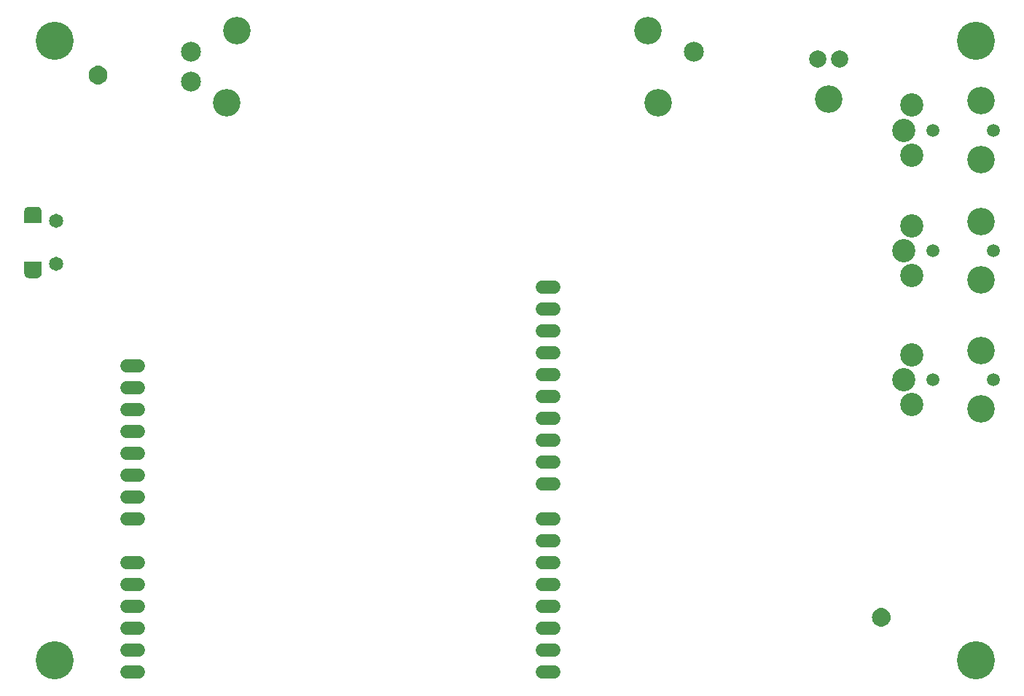
<source format=gbs>
G75*
%MOIN*%
%OFA0B0*%
%FSLAX24Y24*%
%IPPOS*%
%LPD*%
%AMOC8*
5,1,8,0,0,1.08239X$1,22.5*
%
%ADD10C,0.1261*%
%ADD11C,0.0600*%
%ADD12C,0.0651*%
%ADD13C,0.0000*%
%ADD14C,0.0001*%
%ADD15C,0.1064*%
%ADD16C,0.0592*%
%ADD17C,0.0907*%
%ADD18C,0.0789*%
%ADD19C,0.0050*%
%ADD20C,0.1740*%
D10*
X013137Y029617D03*
X013609Y032924D03*
X032428Y032924D03*
X032900Y029617D03*
X040680Y029774D03*
X047660Y029708D03*
X047660Y027030D03*
X047660Y024196D03*
X047660Y021519D03*
X047660Y018290D03*
X047660Y015613D03*
D11*
X028103Y015182D02*
X027583Y015182D01*
X027583Y014182D02*
X028103Y014182D01*
X028103Y013182D02*
X027583Y013182D01*
X027583Y012182D02*
X028103Y012182D01*
X028103Y010582D02*
X027583Y010582D01*
X027583Y009582D02*
X028103Y009582D01*
X028103Y008582D02*
X027583Y008582D01*
X027583Y007582D02*
X028103Y007582D01*
X028103Y006582D02*
X027583Y006582D01*
X027583Y005582D02*
X028103Y005582D01*
X028103Y004582D02*
X027583Y004582D01*
X027583Y003582D02*
X028103Y003582D01*
X028103Y016182D02*
X027583Y016182D01*
X027583Y017182D02*
X028103Y017182D01*
X028103Y018182D02*
X027583Y018182D01*
X027583Y019182D02*
X028103Y019182D01*
X028103Y020182D02*
X027583Y020182D01*
X027583Y021182D02*
X028103Y021182D01*
X009103Y017582D02*
X008583Y017582D01*
X008583Y016582D02*
X009103Y016582D01*
X009103Y015582D02*
X008583Y015582D01*
X008583Y014582D02*
X009103Y014582D01*
X009103Y013582D02*
X008583Y013582D01*
X008583Y012582D02*
X009103Y012582D01*
X009103Y011582D02*
X008583Y011582D01*
X008583Y010582D02*
X009103Y010582D01*
X009103Y008582D02*
X008583Y008582D01*
X008583Y007582D02*
X009103Y007582D01*
X009103Y006582D02*
X008583Y006582D01*
X008583Y005582D02*
X009103Y005582D01*
X009103Y004582D02*
X008583Y004582D01*
X008583Y003582D02*
X009103Y003582D01*
D12*
X005337Y022267D03*
X005337Y024235D03*
D13*
X004649Y024156D02*
X004649Y024668D01*
X004644Y024712D01*
X004629Y024754D01*
X004606Y024791D01*
X004574Y024822D01*
X004537Y024846D01*
X004495Y024860D01*
X004452Y024865D01*
X004097Y024865D01*
X004054Y024860D01*
X004012Y024846D01*
X003975Y024822D01*
X003943Y024791D01*
X003920Y024754D01*
X003905Y024712D01*
X003900Y024668D01*
X003900Y024156D01*
X004649Y024156D01*
X004649Y022345D02*
X003900Y022345D01*
X003900Y021834D01*
X003905Y021790D01*
X003920Y021748D01*
X003943Y021711D01*
X003975Y021680D01*
X004012Y021656D01*
X004054Y021642D01*
X004097Y021637D01*
X004452Y021637D01*
X004495Y021642D01*
X004537Y021656D01*
X004574Y021680D01*
X004606Y021711D01*
X004629Y021748D01*
X004644Y021790D01*
X004649Y021834D01*
X004649Y022345D01*
D14*
X003900Y022345D01*
X003900Y022344D02*
X004649Y022344D01*
X004649Y022343D02*
X003900Y022343D01*
X003900Y022342D02*
X004649Y022342D01*
X004649Y022341D02*
X003900Y022341D01*
X003900Y022340D02*
X004649Y022340D01*
X004649Y022339D02*
X003900Y022339D01*
X003900Y022338D02*
X004649Y022338D01*
X004649Y022337D02*
X003900Y022337D01*
X003900Y022336D02*
X004649Y022336D01*
X004649Y022335D02*
X003900Y022335D01*
X003900Y022334D02*
X004649Y022334D01*
X004649Y022333D02*
X003900Y022333D01*
X003900Y022332D02*
X004649Y022332D01*
X004649Y022331D02*
X003900Y022331D01*
X003900Y022330D02*
X004649Y022330D01*
X004649Y022329D02*
X003900Y022329D01*
X003900Y022328D02*
X004649Y022328D01*
X004649Y022327D02*
X003900Y022327D01*
X003900Y022326D02*
X004649Y022326D01*
X004649Y022325D02*
X003900Y022325D01*
X003900Y022324D02*
X004649Y022324D01*
X004649Y022323D02*
X003900Y022323D01*
X003900Y022322D02*
X004649Y022322D01*
X004649Y022321D02*
X003900Y022321D01*
X003900Y022320D02*
X004649Y022320D01*
X004649Y022319D02*
X003900Y022319D01*
X003900Y022318D02*
X004649Y022318D01*
X004649Y022317D02*
X003900Y022317D01*
X003900Y022316D02*
X004649Y022316D01*
X004649Y022315D02*
X003900Y022315D01*
X003900Y022314D02*
X004649Y022314D01*
X004649Y022313D02*
X003900Y022313D01*
X003900Y022312D02*
X004649Y022312D01*
X004649Y022311D02*
X003900Y022311D01*
X003900Y022310D02*
X004649Y022310D01*
X004649Y022309D02*
X003900Y022309D01*
X003900Y022308D02*
X004649Y022308D01*
X004649Y022307D02*
X003900Y022307D01*
X003900Y022306D02*
X004649Y022306D01*
X004649Y022305D02*
X003900Y022305D01*
X003900Y022304D02*
X004649Y022304D01*
X004649Y022303D02*
X003900Y022303D01*
X003900Y022302D02*
X004649Y022302D01*
X004649Y022301D02*
X003900Y022301D01*
X003900Y022300D02*
X004649Y022300D01*
X004649Y022299D02*
X003900Y022299D01*
X003900Y022298D02*
X004649Y022298D01*
X004649Y022297D02*
X003900Y022297D01*
X003900Y022296D02*
X004649Y022296D01*
X004649Y022295D02*
X003900Y022295D01*
X003900Y022294D02*
X004649Y022294D01*
X004649Y022293D02*
X003900Y022293D01*
X003900Y022292D02*
X004649Y022292D01*
X004649Y022291D02*
X003900Y022291D01*
X003900Y022290D02*
X004649Y022290D01*
X004649Y022289D02*
X003900Y022289D01*
X003900Y022288D02*
X004649Y022288D01*
X004649Y022287D02*
X003900Y022287D01*
X003900Y022286D02*
X004649Y022286D01*
X004649Y022285D02*
X003900Y022285D01*
X003900Y022284D02*
X004649Y022284D01*
X004649Y022283D02*
X003900Y022283D01*
X003900Y022282D02*
X004649Y022282D01*
X004649Y022281D02*
X003900Y022281D01*
X003900Y022280D02*
X004649Y022280D01*
X004649Y022279D02*
X003900Y022279D01*
X003900Y022278D02*
X004649Y022278D01*
X004649Y022277D02*
X003900Y022277D01*
X003900Y022276D02*
X004649Y022276D01*
X004649Y022275D02*
X003900Y022275D01*
X003900Y022274D02*
X004649Y022274D01*
X004649Y022273D02*
X003900Y022273D01*
X003900Y022272D02*
X004649Y022272D01*
X004649Y022271D02*
X003900Y022271D01*
X003900Y022270D02*
X004649Y022270D01*
X004649Y022269D02*
X003900Y022269D01*
X003900Y022268D02*
X004649Y022268D01*
X004649Y022267D02*
X003900Y022267D01*
X003900Y022266D02*
X004649Y022266D01*
X004649Y022265D02*
X003900Y022265D01*
X003900Y022264D02*
X004649Y022264D01*
X004649Y022263D02*
X003900Y022263D01*
X003900Y022262D02*
X004649Y022262D01*
X004649Y022261D02*
X003900Y022261D01*
X003900Y022260D02*
X004649Y022260D01*
X004649Y022259D02*
X003900Y022259D01*
X003900Y022258D02*
X004649Y022258D01*
X004649Y022257D02*
X003900Y022257D01*
X003900Y022256D02*
X004649Y022256D01*
X004649Y022255D02*
X003900Y022255D01*
X003900Y022254D02*
X004649Y022254D01*
X004649Y022253D02*
X003900Y022253D01*
X003900Y022252D02*
X004649Y022252D01*
X004649Y022251D02*
X003900Y022251D01*
X003900Y022250D02*
X004649Y022250D01*
X004649Y022249D02*
X003900Y022249D01*
X003900Y022248D02*
X004649Y022248D01*
X004649Y022247D02*
X003900Y022247D01*
X003900Y022246D02*
X004649Y022246D01*
X004649Y022245D02*
X003900Y022245D01*
X003900Y022244D02*
X004649Y022244D01*
X004649Y022243D02*
X003900Y022243D01*
X003900Y022242D02*
X004649Y022242D01*
X004649Y022241D02*
X003900Y022241D01*
X003900Y022240D02*
X004649Y022240D01*
X004649Y022239D02*
X003900Y022239D01*
X003900Y022238D02*
X004649Y022238D01*
X004649Y022237D02*
X003900Y022237D01*
X003900Y022236D02*
X004649Y022236D01*
X004649Y022235D02*
X003900Y022235D01*
X003900Y022234D02*
X004649Y022234D01*
X004649Y022233D02*
X003900Y022233D01*
X003900Y022232D02*
X004649Y022232D01*
X004649Y022231D02*
X003900Y022231D01*
X003900Y022230D02*
X004649Y022230D01*
X004649Y022229D02*
X003900Y022229D01*
X003900Y022228D02*
X004649Y022228D01*
X004649Y022227D02*
X003900Y022227D01*
X003900Y022226D02*
X004649Y022226D01*
X004649Y022225D02*
X003900Y022225D01*
X003900Y022224D02*
X004649Y022224D01*
X004649Y022223D02*
X003900Y022223D01*
X003900Y022222D02*
X004649Y022222D01*
X004649Y022221D02*
X003900Y022221D01*
X003900Y022220D02*
X004649Y022220D01*
X004649Y022219D02*
X003900Y022219D01*
X003900Y022218D02*
X004649Y022218D01*
X004649Y022217D02*
X003900Y022217D01*
X003900Y022216D02*
X004649Y022216D01*
X004649Y022215D02*
X003900Y022215D01*
X003900Y022214D02*
X004649Y022214D01*
X004649Y022213D02*
X003900Y022213D01*
X003900Y022212D02*
X004649Y022212D01*
X004649Y022211D02*
X003900Y022211D01*
X003900Y022210D02*
X004649Y022210D01*
X004649Y022209D02*
X003900Y022209D01*
X003900Y022208D02*
X004649Y022208D01*
X004649Y022207D02*
X003900Y022207D01*
X003900Y022206D02*
X004649Y022206D01*
X004649Y022205D02*
X003900Y022205D01*
X003900Y022204D02*
X004649Y022204D01*
X004649Y022203D02*
X003900Y022203D01*
X003900Y022202D02*
X004649Y022202D01*
X004649Y022201D02*
X003900Y022201D01*
X003900Y022200D02*
X004649Y022200D01*
X004649Y022199D02*
X003900Y022199D01*
X003900Y022198D02*
X004649Y022198D01*
X004649Y022197D02*
X003900Y022197D01*
X003900Y022196D02*
X004649Y022196D01*
X004649Y022195D02*
X003900Y022195D01*
X003900Y022194D02*
X004649Y022194D01*
X004649Y022193D02*
X003900Y022193D01*
X003900Y022192D02*
X004649Y022192D01*
X004649Y022191D02*
X003900Y022191D01*
X003900Y022190D02*
X004649Y022190D01*
X004649Y022189D02*
X003900Y022189D01*
X003900Y022188D02*
X004649Y022188D01*
X004649Y022187D02*
X003900Y022187D01*
X003900Y022186D02*
X004649Y022186D01*
X004649Y022185D02*
X003900Y022185D01*
X003900Y022184D02*
X004649Y022184D01*
X004649Y022183D02*
X003900Y022183D01*
X003900Y022182D02*
X004649Y022182D01*
X004649Y022181D02*
X003900Y022181D01*
X003900Y022180D02*
X004649Y022180D01*
X004649Y022179D02*
X003900Y022179D01*
X003900Y022178D02*
X004649Y022178D01*
X004649Y022177D02*
X003900Y022177D01*
X003900Y022176D02*
X004649Y022176D01*
X004649Y022175D02*
X003900Y022175D01*
X003900Y022174D02*
X004649Y022174D01*
X004649Y022173D02*
X003900Y022173D01*
X003900Y022172D02*
X004649Y022172D01*
X004649Y022171D02*
X003900Y022171D01*
X003900Y022170D02*
X004649Y022170D01*
X004649Y022169D02*
X003900Y022169D01*
X003900Y022168D02*
X004649Y022168D01*
X004649Y022167D02*
X003900Y022167D01*
X003900Y022166D02*
X004649Y022166D01*
X004649Y022165D02*
X003900Y022165D01*
X003900Y022164D02*
X004649Y022164D01*
X004649Y022163D02*
X003900Y022163D01*
X003900Y022162D02*
X004649Y022162D01*
X004649Y022161D02*
X003900Y022161D01*
X003900Y022160D02*
X004649Y022160D01*
X004649Y022159D02*
X003900Y022159D01*
X003900Y022158D02*
X004649Y022158D01*
X004649Y022157D02*
X003900Y022157D01*
X003900Y022156D02*
X004649Y022156D01*
X004649Y022155D02*
X003900Y022155D01*
X003900Y022154D02*
X004649Y022154D01*
X004649Y022153D02*
X003900Y022153D01*
X003900Y022152D02*
X004649Y022152D01*
X004649Y022151D02*
X003900Y022151D01*
X003900Y022150D02*
X004649Y022150D01*
X004649Y022149D02*
X003900Y022149D01*
X003900Y022148D02*
X004649Y022148D01*
X004649Y022147D02*
X003900Y022147D01*
X003900Y022146D02*
X004649Y022146D01*
X004649Y022145D02*
X003900Y022145D01*
X003900Y022144D02*
X004649Y022144D01*
X004649Y022143D02*
X003900Y022143D01*
X003900Y022142D02*
X004649Y022142D01*
X004649Y022141D02*
X003900Y022141D01*
X003900Y022140D02*
X004649Y022140D01*
X004649Y022139D02*
X003900Y022139D01*
X003900Y022138D02*
X004649Y022138D01*
X004649Y022137D02*
X003900Y022137D01*
X003900Y022136D02*
X004649Y022136D01*
X004649Y022135D02*
X003900Y022135D01*
X003900Y022134D02*
X004649Y022134D01*
X004649Y022133D02*
X003900Y022133D01*
X003900Y022132D02*
X004649Y022132D01*
X004649Y022131D02*
X003900Y022131D01*
X003900Y022130D02*
X004649Y022130D01*
X004649Y022129D02*
X003900Y022129D01*
X003900Y022128D02*
X004649Y022128D01*
X004649Y022127D02*
X003900Y022127D01*
X003900Y022126D02*
X004649Y022126D01*
X004649Y022125D02*
X003900Y022125D01*
X003900Y022124D02*
X004649Y022124D01*
X004649Y022123D02*
X003900Y022123D01*
X003900Y022122D02*
X004649Y022122D01*
X004649Y022121D02*
X003900Y022121D01*
X003900Y022120D02*
X004649Y022120D01*
X004649Y022119D02*
X003900Y022119D01*
X003900Y022118D02*
X004649Y022118D01*
X004649Y022117D02*
X003900Y022117D01*
X003900Y022116D02*
X004649Y022116D01*
X004649Y022115D02*
X003900Y022115D01*
X003900Y022114D02*
X004649Y022114D01*
X004649Y022113D02*
X003900Y022113D01*
X003900Y022112D02*
X004649Y022112D01*
X004649Y022111D02*
X003900Y022111D01*
X003900Y022110D02*
X004649Y022110D01*
X004649Y022109D02*
X003900Y022109D01*
X003900Y022108D02*
X004649Y022108D01*
X004649Y022107D02*
X003900Y022107D01*
X003900Y022106D02*
X004649Y022106D01*
X004649Y022105D02*
X003900Y022105D01*
X003900Y022104D02*
X004649Y022104D01*
X004649Y022103D02*
X003900Y022103D01*
X003900Y022102D02*
X004649Y022102D01*
X004649Y022101D02*
X003900Y022101D01*
X003900Y022100D02*
X004649Y022100D01*
X004649Y022099D02*
X003900Y022099D01*
X003900Y022098D02*
X004649Y022098D01*
X004649Y022097D02*
X003900Y022097D01*
X003900Y022096D02*
X004649Y022096D01*
X004649Y022095D02*
X003900Y022095D01*
X003900Y022094D02*
X004649Y022094D01*
X004649Y022093D02*
X003900Y022093D01*
X003900Y022092D02*
X004649Y022092D01*
X004649Y022091D02*
X003900Y022091D01*
X003900Y022090D02*
X004649Y022090D01*
X004649Y022089D02*
X003900Y022089D01*
X003900Y022088D02*
X004649Y022088D01*
X004649Y022087D02*
X003900Y022087D01*
X003900Y022086D02*
X004649Y022086D01*
X004649Y022085D02*
X003900Y022085D01*
X003900Y022084D02*
X004649Y022084D01*
X004649Y022083D02*
X003900Y022083D01*
X003900Y022082D02*
X004649Y022082D01*
X004649Y022081D02*
X003900Y022081D01*
X003900Y022080D02*
X004649Y022080D01*
X004649Y022079D02*
X003900Y022079D01*
X003900Y022078D02*
X004649Y022078D01*
X004649Y022077D02*
X003900Y022077D01*
X003900Y022076D02*
X004649Y022076D01*
X004649Y022075D02*
X003900Y022075D01*
X003900Y022074D02*
X004649Y022074D01*
X004649Y022073D02*
X003900Y022073D01*
X003900Y022072D02*
X004649Y022072D01*
X004649Y022071D02*
X003900Y022071D01*
X003900Y022070D02*
X004649Y022070D01*
X004649Y022069D02*
X003900Y022069D01*
X003900Y022068D02*
X004649Y022068D01*
X004649Y022067D02*
X003900Y022067D01*
X003900Y022066D02*
X004649Y022066D01*
X004649Y022065D02*
X003900Y022065D01*
X003900Y022064D02*
X004649Y022064D01*
X004649Y022063D02*
X003900Y022063D01*
X003900Y022062D02*
X004649Y022062D01*
X004649Y022061D02*
X003900Y022061D01*
X003900Y022060D02*
X004649Y022060D01*
X004649Y022059D02*
X003900Y022059D01*
X003900Y022058D02*
X004649Y022058D01*
X004649Y022057D02*
X003900Y022057D01*
X003900Y022056D02*
X004649Y022056D01*
X004649Y022055D02*
X003900Y022055D01*
X003900Y022054D02*
X004649Y022054D01*
X004649Y022053D02*
X003900Y022053D01*
X003900Y022052D02*
X004649Y022052D01*
X004649Y022051D02*
X003900Y022051D01*
X003900Y022050D02*
X004649Y022050D01*
X004649Y022049D02*
X003900Y022049D01*
X003900Y022048D02*
X004649Y022048D01*
X004649Y022047D02*
X003900Y022047D01*
X003900Y022046D02*
X004649Y022046D01*
X004649Y022045D02*
X003900Y022045D01*
X003900Y022044D02*
X004649Y022044D01*
X004649Y022043D02*
X003900Y022043D01*
X003900Y022042D02*
X004649Y022042D01*
X004649Y022041D02*
X003900Y022041D01*
X003900Y022040D02*
X004649Y022040D01*
X004649Y022039D02*
X003900Y022039D01*
X003900Y022038D02*
X004649Y022038D01*
X004649Y022037D02*
X003900Y022037D01*
X003900Y022036D02*
X004649Y022036D01*
X004649Y022035D02*
X003900Y022035D01*
X003900Y022034D02*
X004649Y022034D01*
X004649Y022033D02*
X003900Y022033D01*
X003900Y022032D02*
X004649Y022032D01*
X004649Y022031D02*
X003900Y022031D01*
X003900Y022030D02*
X004649Y022030D01*
X004649Y022029D02*
X003900Y022029D01*
X003900Y022028D02*
X004649Y022028D01*
X004649Y022027D02*
X003900Y022027D01*
X003900Y022026D02*
X004649Y022026D01*
X004649Y022025D02*
X003900Y022025D01*
X003900Y022024D02*
X004649Y022024D01*
X004649Y022023D02*
X003900Y022023D01*
X003900Y022022D02*
X004649Y022022D01*
X004649Y022021D02*
X003900Y022021D01*
X003900Y022020D02*
X004649Y022020D01*
X004649Y022019D02*
X003900Y022019D01*
X003900Y022018D02*
X004649Y022018D01*
X004649Y022017D02*
X003900Y022017D01*
X003900Y022016D02*
X004649Y022016D01*
X004649Y022015D02*
X003900Y022015D01*
X003900Y022014D02*
X004649Y022014D01*
X004649Y022013D02*
X003900Y022013D01*
X003900Y022012D02*
X004649Y022012D01*
X004649Y022011D02*
X003900Y022011D01*
X003900Y022010D02*
X004649Y022010D01*
X004649Y022009D02*
X003900Y022009D01*
X003900Y022008D02*
X004649Y022008D01*
X004649Y022007D02*
X003900Y022007D01*
X003900Y022006D02*
X004649Y022006D01*
X004649Y022005D02*
X003900Y022005D01*
X003900Y022004D02*
X004649Y022004D01*
X004649Y022003D02*
X003900Y022003D01*
X003900Y022002D02*
X004649Y022002D01*
X004649Y022001D02*
X003900Y022001D01*
X003900Y022000D02*
X004649Y022000D01*
X004649Y021999D02*
X003900Y021999D01*
X003900Y021998D02*
X004649Y021998D01*
X004649Y021997D02*
X003900Y021997D01*
X003900Y021996D02*
X004649Y021996D01*
X004649Y021995D02*
X003900Y021995D01*
X003900Y021994D02*
X004649Y021994D01*
X004649Y021993D02*
X003900Y021993D01*
X003900Y021992D02*
X004649Y021992D01*
X004649Y021991D02*
X003900Y021991D01*
X003900Y021990D02*
X004649Y021990D01*
X004649Y021989D02*
X003900Y021989D01*
X003900Y021988D02*
X004649Y021988D01*
X004649Y021987D02*
X003900Y021987D01*
X003900Y021986D02*
X004649Y021986D01*
X004649Y021985D02*
X003900Y021985D01*
X003900Y021984D02*
X004649Y021984D01*
X004649Y021983D02*
X003900Y021983D01*
X003900Y021982D02*
X004649Y021982D01*
X004649Y021981D02*
X003900Y021981D01*
X003900Y021980D02*
X004649Y021980D01*
X004649Y021979D02*
X003900Y021979D01*
X003900Y021978D02*
X004649Y021978D01*
X004649Y021977D02*
X003900Y021977D01*
X003900Y021976D02*
X004649Y021976D01*
X004649Y021975D02*
X003900Y021975D01*
X003900Y021974D02*
X004649Y021974D01*
X004649Y021973D02*
X003900Y021973D01*
X003900Y021972D02*
X004649Y021972D01*
X004649Y021971D02*
X003900Y021971D01*
X003900Y021970D02*
X004649Y021970D01*
X004649Y021969D02*
X003900Y021969D01*
X003900Y021968D02*
X004649Y021968D01*
X004649Y021967D02*
X003900Y021967D01*
X003900Y021966D02*
X004649Y021966D01*
X004649Y021965D02*
X003900Y021965D01*
X003900Y021964D02*
X004649Y021964D01*
X004649Y021963D02*
X003900Y021963D01*
X003900Y021962D02*
X004649Y021962D01*
X004649Y021961D02*
X003900Y021961D01*
X003900Y021960D02*
X004649Y021960D01*
X004649Y021959D02*
X003900Y021959D01*
X003900Y021958D02*
X004649Y021958D01*
X004649Y021957D02*
X003900Y021957D01*
X003900Y021956D02*
X004649Y021956D01*
X004649Y021955D02*
X003900Y021955D01*
X003900Y021954D02*
X004649Y021954D01*
X004649Y021953D02*
X003900Y021953D01*
X003900Y021952D02*
X004649Y021952D01*
X004649Y021951D02*
X003900Y021951D01*
X003900Y021950D02*
X004649Y021950D01*
X004649Y021949D02*
X003900Y021949D01*
X003900Y021948D02*
X004649Y021948D01*
X004649Y021947D02*
X003900Y021947D01*
X003900Y021946D02*
X004649Y021946D01*
X004649Y021945D02*
X003900Y021945D01*
X003900Y021944D02*
X004649Y021944D01*
X004649Y021943D02*
X003900Y021943D01*
X003900Y021942D02*
X004649Y021942D01*
X004649Y021941D02*
X003900Y021941D01*
X003900Y021940D02*
X004649Y021940D01*
X004649Y021939D02*
X003900Y021939D01*
X003900Y021938D02*
X004649Y021938D01*
X004649Y021937D02*
X003900Y021937D01*
X003900Y021936D02*
X004649Y021936D01*
X004649Y021935D02*
X003900Y021935D01*
X003900Y021934D02*
X004649Y021934D01*
X004649Y021933D02*
X003900Y021933D01*
X003900Y021932D02*
X004649Y021932D01*
X004649Y021931D02*
X003900Y021931D01*
X003900Y021930D02*
X004649Y021930D01*
X004649Y021929D02*
X003900Y021929D01*
X003900Y021928D02*
X004649Y021928D01*
X004649Y021927D02*
X003900Y021927D01*
X003900Y021926D02*
X004649Y021926D01*
X004649Y021925D02*
X003900Y021925D01*
X003900Y021924D02*
X004649Y021924D01*
X004649Y021923D02*
X003900Y021923D01*
X003900Y021922D02*
X004649Y021922D01*
X004649Y021921D02*
X003900Y021921D01*
X003900Y021920D02*
X004649Y021920D01*
X004649Y021919D02*
X003900Y021919D01*
X003900Y021918D02*
X004649Y021918D01*
X004649Y021917D02*
X003900Y021917D01*
X003900Y021916D02*
X004649Y021916D01*
X004649Y021915D02*
X003900Y021915D01*
X003900Y021914D02*
X004649Y021914D01*
X004649Y021913D02*
X003900Y021913D01*
X003900Y021912D02*
X004649Y021912D01*
X004649Y021911D02*
X003900Y021911D01*
X003900Y021910D02*
X004649Y021910D01*
X004649Y021909D02*
X003900Y021909D01*
X003900Y021908D02*
X004649Y021908D01*
X004649Y021907D02*
X003900Y021907D01*
X003900Y021906D02*
X004649Y021906D01*
X004649Y021905D02*
X003900Y021905D01*
X003900Y021904D02*
X004649Y021904D01*
X004649Y021903D02*
X003900Y021903D01*
X003900Y021902D02*
X004649Y021902D01*
X004649Y021901D02*
X003900Y021901D01*
X003900Y021900D02*
X004649Y021900D01*
X004649Y021899D02*
X003900Y021899D01*
X003900Y021898D02*
X004649Y021898D01*
X004649Y021897D02*
X003900Y021897D01*
X003900Y021896D02*
X004649Y021896D01*
X004649Y021895D02*
X003900Y021895D01*
X003900Y021894D02*
X004649Y021894D01*
X004649Y021893D02*
X003900Y021893D01*
X003900Y021892D02*
X004649Y021892D01*
X004649Y021891D02*
X003900Y021891D01*
X003900Y021890D02*
X004649Y021890D01*
X004649Y021889D02*
X003900Y021889D01*
X003900Y021888D02*
X004649Y021888D01*
X004649Y021887D02*
X003900Y021887D01*
X003900Y021886D02*
X004649Y021886D01*
X004649Y021885D02*
X003900Y021885D01*
X003900Y021884D02*
X004649Y021884D01*
X004649Y021883D02*
X003900Y021883D01*
X003900Y021882D02*
X004649Y021882D01*
X004649Y021881D02*
X003900Y021881D01*
X003900Y021880D02*
X004649Y021880D01*
X004649Y021879D02*
X003900Y021879D01*
X003900Y021878D02*
X004649Y021878D01*
X004649Y021877D02*
X003900Y021877D01*
X003900Y021876D02*
X004649Y021876D01*
X004649Y021875D02*
X003900Y021875D01*
X003900Y021874D02*
X004649Y021874D01*
X004649Y021873D02*
X003900Y021873D01*
X003900Y021872D02*
X004649Y021872D01*
X004649Y021871D02*
X003900Y021871D01*
X003900Y021870D02*
X004649Y021870D01*
X004649Y021869D02*
X003900Y021869D01*
X003900Y021868D02*
X004649Y021868D01*
X004649Y021867D02*
X003900Y021867D01*
X003900Y021866D02*
X004649Y021866D01*
X004649Y021865D02*
X003900Y021865D01*
X003900Y021864D02*
X004649Y021864D01*
X004649Y021863D02*
X003900Y021863D01*
X003900Y021862D02*
X004649Y021862D01*
X004649Y021861D02*
X003900Y021861D01*
X003900Y021860D02*
X004649Y021860D01*
X004649Y021859D02*
X003900Y021859D01*
X003900Y021858D02*
X004649Y021858D01*
X004649Y021857D02*
X003900Y021857D01*
X003900Y021856D02*
X004649Y021856D01*
X004649Y021855D02*
X003900Y021855D01*
X003900Y021854D02*
X004649Y021854D01*
X004649Y021853D02*
X003900Y021853D01*
X003900Y021852D02*
X004649Y021852D01*
X004649Y021851D02*
X003900Y021851D01*
X003900Y021850D02*
X004649Y021850D01*
X004649Y021849D02*
X003900Y021849D01*
X003900Y021848D02*
X004649Y021848D01*
X004649Y021847D02*
X003900Y021847D01*
X003900Y021846D02*
X004649Y021846D01*
X004649Y021845D02*
X003900Y021845D01*
X003900Y021844D02*
X004649Y021844D01*
X004649Y021843D02*
X003900Y021843D01*
X003900Y021842D02*
X004649Y021842D01*
X004649Y021841D02*
X003900Y021841D01*
X003900Y021840D02*
X004649Y021840D01*
X004649Y021839D02*
X003900Y021839D01*
X003900Y021838D02*
X004649Y021838D01*
X004649Y021837D02*
X003900Y021837D01*
X003900Y021836D02*
X004649Y021836D01*
X004649Y021835D02*
X003900Y021835D01*
X003900Y021834D02*
X004649Y021834D01*
X004648Y021833D02*
X003901Y021833D01*
X003901Y021832D02*
X004648Y021832D01*
X004648Y021831D02*
X003901Y021831D01*
X003901Y021830D02*
X004648Y021830D01*
X004648Y021829D02*
X003901Y021829D01*
X003901Y021828D02*
X004648Y021828D01*
X004648Y021827D02*
X003901Y021827D01*
X003901Y021826D02*
X004648Y021826D01*
X004648Y021825D02*
X003901Y021825D01*
X003902Y021824D02*
X004647Y021824D01*
X004647Y021823D02*
X003902Y021823D01*
X003902Y021822D02*
X004647Y021822D01*
X004647Y021821D02*
X003902Y021821D01*
X003902Y021820D02*
X004647Y021820D01*
X004647Y021819D02*
X003902Y021819D01*
X003902Y021818D02*
X004647Y021818D01*
X004647Y021817D02*
X003902Y021817D01*
X003902Y021816D02*
X004647Y021816D01*
X004646Y021815D02*
X003903Y021815D01*
X003903Y021814D02*
X004646Y021814D01*
X004646Y021813D02*
X003903Y021813D01*
X003903Y021812D02*
X004646Y021812D01*
X004646Y021811D02*
X003903Y021811D01*
X003903Y021810D02*
X004646Y021810D01*
X004646Y021809D02*
X003903Y021809D01*
X003903Y021808D02*
X004646Y021808D01*
X004646Y021807D02*
X003903Y021807D01*
X003904Y021806D02*
X004645Y021806D01*
X004645Y021805D02*
X003904Y021805D01*
X003904Y021804D02*
X004645Y021804D01*
X004645Y021803D02*
X003904Y021803D01*
X003904Y021802D02*
X004645Y021802D01*
X004645Y021801D02*
X003904Y021801D01*
X003904Y021800D02*
X004645Y021800D01*
X004645Y021799D02*
X003904Y021799D01*
X003904Y021798D02*
X004645Y021798D01*
X004644Y021797D02*
X003905Y021797D01*
X003905Y021796D02*
X004644Y021796D01*
X004644Y021795D02*
X003905Y021795D01*
X003905Y021794D02*
X004644Y021794D01*
X004644Y021793D02*
X003905Y021793D01*
X003905Y021792D02*
X004644Y021792D01*
X004644Y021791D02*
X003905Y021791D01*
X003905Y021790D02*
X004644Y021790D01*
X004643Y021789D02*
X003906Y021789D01*
X003906Y021788D02*
X004643Y021788D01*
X004643Y021787D02*
X003906Y021787D01*
X003907Y021786D02*
X004642Y021786D01*
X004642Y021785D02*
X003907Y021785D01*
X003907Y021784D02*
X004642Y021784D01*
X004641Y021783D02*
X003908Y021783D01*
X003908Y021782D02*
X004641Y021782D01*
X004641Y021781D02*
X003908Y021781D01*
X003909Y021780D02*
X004640Y021780D01*
X004640Y021779D02*
X003909Y021779D01*
X003909Y021778D02*
X004640Y021778D01*
X004639Y021777D02*
X003910Y021777D01*
X003910Y021776D02*
X004639Y021776D01*
X004639Y021775D02*
X003910Y021775D01*
X003911Y021774D02*
X004638Y021774D01*
X004638Y021773D02*
X003911Y021773D01*
X003912Y021772D02*
X004637Y021772D01*
X004637Y021771D02*
X003912Y021771D01*
X003912Y021770D02*
X004637Y021770D01*
X004636Y021769D02*
X003913Y021769D01*
X003913Y021768D02*
X004636Y021768D01*
X004636Y021767D02*
X003913Y021767D01*
X003914Y021766D02*
X004635Y021766D01*
X004635Y021765D02*
X003914Y021765D01*
X003914Y021764D02*
X004635Y021764D01*
X004634Y021763D02*
X003915Y021763D01*
X003915Y021762D02*
X004634Y021762D01*
X004634Y021761D02*
X003915Y021761D01*
X003916Y021760D02*
X004633Y021760D01*
X004633Y021759D02*
X003916Y021759D01*
X003916Y021758D02*
X004633Y021758D01*
X004632Y021757D02*
X003917Y021757D01*
X003917Y021756D02*
X004632Y021756D01*
X004632Y021755D02*
X003917Y021755D01*
X003918Y021754D02*
X004631Y021754D01*
X004631Y021753D02*
X003918Y021753D01*
X003919Y021752D02*
X004630Y021752D01*
X004630Y021751D02*
X003919Y021751D01*
X003919Y021750D02*
X004630Y021750D01*
X004629Y021749D02*
X003920Y021749D01*
X003920Y021748D02*
X004629Y021748D01*
X004628Y021747D02*
X003921Y021747D01*
X003921Y021746D02*
X004628Y021746D01*
X004627Y021745D02*
X003922Y021745D01*
X003922Y021744D02*
X004627Y021744D01*
X004626Y021743D02*
X003923Y021743D01*
X003924Y021742D02*
X004625Y021742D01*
X004625Y021741D02*
X003924Y021741D01*
X003925Y021740D02*
X004624Y021740D01*
X004623Y021739D02*
X003926Y021739D01*
X003926Y021738D02*
X004623Y021738D01*
X004622Y021737D02*
X003927Y021737D01*
X003927Y021736D02*
X004622Y021736D01*
X004621Y021735D02*
X003928Y021735D01*
X003929Y021734D02*
X004620Y021734D01*
X004620Y021733D02*
X003929Y021733D01*
X003930Y021732D02*
X004619Y021732D01*
X004618Y021731D02*
X003931Y021731D01*
X003931Y021730D02*
X004618Y021730D01*
X004617Y021729D02*
X003932Y021729D01*
X003932Y021728D02*
X004617Y021728D01*
X004616Y021727D02*
X003933Y021727D01*
X003934Y021726D02*
X004615Y021726D01*
X004615Y021725D02*
X003934Y021725D01*
X003935Y021724D02*
X004614Y021724D01*
X004613Y021723D02*
X003936Y021723D01*
X003936Y021722D02*
X004613Y021722D01*
X004612Y021721D02*
X003937Y021721D01*
X003937Y021720D02*
X004612Y021720D01*
X004611Y021719D02*
X003938Y021719D01*
X003939Y021718D02*
X004610Y021718D01*
X004610Y021717D02*
X003939Y021717D01*
X003940Y021716D02*
X004609Y021716D01*
X004608Y021715D02*
X003941Y021715D01*
X003941Y021714D02*
X004608Y021714D01*
X004607Y021713D02*
X003942Y021713D01*
X003942Y021712D02*
X004607Y021712D01*
X004606Y021711D02*
X003943Y021711D01*
X003944Y021710D02*
X004605Y021710D01*
X004604Y021709D02*
X003945Y021709D01*
X003946Y021708D02*
X004603Y021708D01*
X004602Y021707D02*
X003947Y021707D01*
X003948Y021706D02*
X004601Y021706D01*
X004600Y021705D02*
X003949Y021705D01*
X003950Y021704D02*
X004599Y021704D01*
X004598Y021703D02*
X003951Y021703D01*
X003952Y021702D02*
X004597Y021702D01*
X004596Y021701D02*
X003953Y021701D01*
X003954Y021700D02*
X004595Y021700D01*
X004594Y021699D02*
X003955Y021699D01*
X003956Y021698D02*
X004593Y021698D01*
X004592Y021697D02*
X003957Y021697D01*
X003958Y021696D02*
X004591Y021696D01*
X004590Y021695D02*
X003959Y021695D01*
X003960Y021694D02*
X004589Y021694D01*
X004588Y021693D02*
X003961Y021693D01*
X003962Y021692D02*
X004587Y021692D01*
X004586Y021691D02*
X003963Y021691D01*
X003964Y021690D02*
X004585Y021690D01*
X004584Y021689D02*
X003965Y021689D01*
X003966Y021688D02*
X004583Y021688D01*
X004582Y021687D02*
X003967Y021687D01*
X003968Y021686D02*
X004581Y021686D01*
X004580Y021685D02*
X003969Y021685D01*
X003970Y021684D02*
X004579Y021684D01*
X004578Y021683D02*
X003971Y021683D01*
X003972Y021682D02*
X004577Y021682D01*
X004576Y021681D02*
X003973Y021681D01*
X003974Y021680D02*
X004575Y021680D01*
X004574Y021679D02*
X003975Y021679D01*
X003977Y021678D02*
X004572Y021678D01*
X004571Y021677D02*
X003978Y021677D01*
X003980Y021676D02*
X004569Y021676D01*
X004568Y021675D02*
X003981Y021675D01*
X003983Y021674D02*
X004566Y021674D01*
X004564Y021673D02*
X003985Y021673D01*
X003986Y021672D02*
X004563Y021672D01*
X004561Y021671D02*
X003988Y021671D01*
X003989Y021670D02*
X004560Y021670D01*
X004558Y021669D02*
X003991Y021669D01*
X003993Y021668D02*
X004556Y021668D01*
X004555Y021667D02*
X003994Y021667D01*
X003996Y021666D02*
X004553Y021666D01*
X004552Y021665D02*
X003997Y021665D01*
X003999Y021664D02*
X004550Y021664D01*
X004548Y021663D02*
X004000Y021663D01*
X004002Y021662D02*
X004547Y021662D01*
X004545Y021661D02*
X004004Y021661D01*
X004005Y021660D02*
X004544Y021660D01*
X004542Y021659D02*
X004007Y021659D01*
X004008Y021658D02*
X004541Y021658D01*
X004539Y021657D02*
X004010Y021657D01*
X004012Y021656D02*
X004537Y021656D01*
X004535Y021655D02*
X004014Y021655D01*
X004017Y021654D02*
X004532Y021654D01*
X004529Y021653D02*
X004020Y021653D01*
X004023Y021652D02*
X004526Y021652D01*
X004523Y021651D02*
X004026Y021651D01*
X004029Y021650D02*
X004520Y021650D01*
X004518Y021649D02*
X004031Y021649D01*
X004034Y021648D02*
X004515Y021648D01*
X004512Y021647D02*
X004037Y021647D01*
X004040Y021646D02*
X004509Y021646D01*
X004506Y021645D02*
X004043Y021645D01*
X004046Y021644D02*
X004503Y021644D01*
X004500Y021643D02*
X004048Y021643D01*
X004051Y021642D02*
X004498Y021642D01*
X004493Y021641D02*
X004056Y021641D01*
X004065Y021640D02*
X004484Y021640D01*
X004476Y021639D02*
X004073Y021639D01*
X004082Y021638D02*
X004467Y021638D01*
X004458Y021637D02*
X004091Y021637D01*
X003900Y024157D02*
X004649Y024157D01*
X004649Y024158D02*
X003900Y024158D01*
X003900Y024159D02*
X004649Y024159D01*
X004649Y024160D02*
X003900Y024160D01*
X003900Y024161D02*
X004649Y024161D01*
X004649Y024162D02*
X003900Y024162D01*
X003900Y024163D02*
X004649Y024163D01*
X004649Y024164D02*
X003900Y024164D01*
X003900Y024165D02*
X004649Y024165D01*
X004649Y024166D02*
X003900Y024166D01*
X003900Y024167D02*
X004649Y024167D01*
X004649Y024168D02*
X003900Y024168D01*
X003900Y024169D02*
X004649Y024169D01*
X004649Y024170D02*
X003900Y024170D01*
X003900Y024171D02*
X004649Y024171D01*
X004649Y024172D02*
X003900Y024172D01*
X003900Y024173D02*
X004649Y024173D01*
X004649Y024174D02*
X003900Y024174D01*
X003900Y024175D02*
X004649Y024175D01*
X004649Y024176D02*
X003900Y024176D01*
X003900Y024177D02*
X004649Y024177D01*
X004649Y024178D02*
X003900Y024178D01*
X003900Y024179D02*
X004649Y024179D01*
X004649Y024180D02*
X003900Y024180D01*
X003900Y024181D02*
X004649Y024181D01*
X004649Y024182D02*
X003900Y024182D01*
X003900Y024183D02*
X004649Y024183D01*
X004649Y024184D02*
X003900Y024184D01*
X003900Y024185D02*
X004649Y024185D01*
X004649Y024186D02*
X003900Y024186D01*
X003900Y024187D02*
X004649Y024187D01*
X004649Y024188D02*
X003900Y024188D01*
X003900Y024189D02*
X004649Y024189D01*
X004649Y024190D02*
X003900Y024190D01*
X003900Y024191D02*
X004649Y024191D01*
X004649Y024192D02*
X003900Y024192D01*
X003900Y024193D02*
X004649Y024193D01*
X004649Y024194D02*
X003900Y024194D01*
X003900Y024195D02*
X004649Y024195D01*
X004649Y024196D02*
X003900Y024196D01*
X003900Y024197D02*
X004649Y024197D01*
X004649Y024198D02*
X003900Y024198D01*
X003900Y024199D02*
X004649Y024199D01*
X004649Y024200D02*
X003900Y024200D01*
X003900Y024201D02*
X004649Y024201D01*
X004649Y024202D02*
X003900Y024202D01*
X003900Y024203D02*
X004649Y024203D01*
X004649Y024204D02*
X003900Y024204D01*
X003900Y024205D02*
X004649Y024205D01*
X004649Y024206D02*
X003900Y024206D01*
X003900Y024207D02*
X004649Y024207D01*
X004649Y024208D02*
X003900Y024208D01*
X003900Y024209D02*
X004649Y024209D01*
X004649Y024210D02*
X003900Y024210D01*
X003900Y024211D02*
X004649Y024211D01*
X004649Y024212D02*
X003900Y024212D01*
X003900Y024213D02*
X004649Y024213D01*
X004649Y024214D02*
X003900Y024214D01*
X003900Y024215D02*
X004649Y024215D01*
X004649Y024216D02*
X003900Y024216D01*
X003900Y024217D02*
X004649Y024217D01*
X004649Y024218D02*
X003900Y024218D01*
X003900Y024219D02*
X004649Y024219D01*
X004649Y024220D02*
X003900Y024220D01*
X003900Y024221D02*
X004649Y024221D01*
X004649Y024222D02*
X003900Y024222D01*
X003900Y024223D02*
X004649Y024223D01*
X004649Y024224D02*
X003900Y024224D01*
X003900Y024225D02*
X004649Y024225D01*
X004649Y024226D02*
X003900Y024226D01*
X003900Y024227D02*
X004649Y024227D01*
X004649Y024228D02*
X003900Y024228D01*
X003900Y024229D02*
X004649Y024229D01*
X004649Y024230D02*
X003900Y024230D01*
X003900Y024231D02*
X004649Y024231D01*
X004649Y024232D02*
X003900Y024232D01*
X003900Y024233D02*
X004649Y024233D01*
X004649Y024234D02*
X003900Y024234D01*
X003900Y024235D02*
X004649Y024235D01*
X004649Y024236D02*
X003900Y024236D01*
X003900Y024237D02*
X004649Y024237D01*
X004649Y024238D02*
X003900Y024238D01*
X003900Y024239D02*
X004649Y024239D01*
X004649Y024240D02*
X003900Y024240D01*
X003900Y024241D02*
X004649Y024241D01*
X004649Y024242D02*
X003900Y024242D01*
X003900Y024243D02*
X004649Y024243D01*
X004649Y024244D02*
X003900Y024244D01*
X003900Y024245D02*
X004649Y024245D01*
X004649Y024246D02*
X003900Y024246D01*
X003900Y024247D02*
X004649Y024247D01*
X004649Y024248D02*
X003900Y024248D01*
X003900Y024249D02*
X004649Y024249D01*
X004649Y024250D02*
X003900Y024250D01*
X003900Y024251D02*
X004649Y024251D01*
X004649Y024252D02*
X003900Y024252D01*
X003900Y024253D02*
X004649Y024253D01*
X004649Y024254D02*
X003900Y024254D01*
X003900Y024255D02*
X004649Y024255D01*
X004649Y024256D02*
X003900Y024256D01*
X003900Y024257D02*
X004649Y024257D01*
X004649Y024258D02*
X003900Y024258D01*
X003900Y024259D02*
X004649Y024259D01*
X004649Y024260D02*
X003900Y024260D01*
X003900Y024261D02*
X004649Y024261D01*
X004649Y024262D02*
X003900Y024262D01*
X003900Y024263D02*
X004649Y024263D01*
X004649Y024264D02*
X003900Y024264D01*
X003900Y024265D02*
X004649Y024265D01*
X004649Y024266D02*
X003900Y024266D01*
X003900Y024267D02*
X004649Y024267D01*
X004649Y024268D02*
X003900Y024268D01*
X003900Y024269D02*
X004649Y024269D01*
X004649Y024270D02*
X003900Y024270D01*
X003900Y024271D02*
X004649Y024271D01*
X004649Y024272D02*
X003900Y024272D01*
X003900Y024273D02*
X004649Y024273D01*
X004649Y024274D02*
X003900Y024274D01*
X003900Y024275D02*
X004649Y024275D01*
X004649Y024276D02*
X003900Y024276D01*
X003900Y024277D02*
X004649Y024277D01*
X004649Y024278D02*
X003900Y024278D01*
X003900Y024279D02*
X004649Y024279D01*
X004649Y024280D02*
X003900Y024280D01*
X003900Y024281D02*
X004649Y024281D01*
X004649Y024282D02*
X003900Y024282D01*
X003900Y024283D02*
X004649Y024283D01*
X004649Y024284D02*
X003900Y024284D01*
X003900Y024285D02*
X004649Y024285D01*
X004649Y024286D02*
X003900Y024286D01*
X003900Y024287D02*
X004649Y024287D01*
X004649Y024288D02*
X003900Y024288D01*
X003900Y024289D02*
X004649Y024289D01*
X004649Y024290D02*
X003900Y024290D01*
X003900Y024291D02*
X004649Y024291D01*
X004649Y024292D02*
X003900Y024292D01*
X003900Y024293D02*
X004649Y024293D01*
X004649Y024294D02*
X003900Y024294D01*
X003900Y024295D02*
X004649Y024295D01*
X004649Y024296D02*
X003900Y024296D01*
X003900Y024297D02*
X004649Y024297D01*
X004649Y024298D02*
X003900Y024298D01*
X003900Y024299D02*
X004649Y024299D01*
X004649Y024300D02*
X003900Y024300D01*
X003900Y024301D02*
X004649Y024301D01*
X004649Y024302D02*
X003900Y024302D01*
X003900Y024303D02*
X004649Y024303D01*
X004649Y024304D02*
X003900Y024304D01*
X003900Y024305D02*
X004649Y024305D01*
X004649Y024306D02*
X003900Y024306D01*
X003900Y024307D02*
X004649Y024307D01*
X004649Y024308D02*
X003900Y024308D01*
X003900Y024309D02*
X004649Y024309D01*
X004649Y024310D02*
X003900Y024310D01*
X003900Y024311D02*
X004649Y024311D01*
X004649Y024312D02*
X003900Y024312D01*
X003900Y024313D02*
X004649Y024313D01*
X004649Y024314D02*
X003900Y024314D01*
X003900Y024315D02*
X004649Y024315D01*
X004649Y024316D02*
X003900Y024316D01*
X003900Y024317D02*
X004649Y024317D01*
X004649Y024318D02*
X003900Y024318D01*
X003900Y024319D02*
X004649Y024319D01*
X004649Y024320D02*
X003900Y024320D01*
X003900Y024321D02*
X004649Y024321D01*
X004649Y024322D02*
X003900Y024322D01*
X003900Y024323D02*
X004649Y024323D01*
X004649Y024324D02*
X003900Y024324D01*
X003900Y024325D02*
X004649Y024325D01*
X004649Y024326D02*
X003900Y024326D01*
X003900Y024327D02*
X004649Y024327D01*
X004649Y024328D02*
X003900Y024328D01*
X003900Y024329D02*
X004649Y024329D01*
X004649Y024330D02*
X003900Y024330D01*
X003900Y024331D02*
X004649Y024331D01*
X004649Y024332D02*
X003900Y024332D01*
X003900Y024333D02*
X004649Y024333D01*
X004649Y024334D02*
X003900Y024334D01*
X003900Y024335D02*
X004649Y024335D01*
X004649Y024336D02*
X003900Y024336D01*
X003900Y024337D02*
X004649Y024337D01*
X004649Y024338D02*
X003900Y024338D01*
X003900Y024339D02*
X004649Y024339D01*
X004649Y024340D02*
X003900Y024340D01*
X003900Y024341D02*
X004649Y024341D01*
X004649Y024342D02*
X003900Y024342D01*
X003900Y024343D02*
X004649Y024343D01*
X004649Y024344D02*
X003900Y024344D01*
X003900Y024345D02*
X004649Y024345D01*
X004649Y024346D02*
X003900Y024346D01*
X003900Y024347D02*
X004649Y024347D01*
X004649Y024348D02*
X003900Y024348D01*
X003900Y024349D02*
X004649Y024349D01*
X004649Y024350D02*
X003900Y024350D01*
X003900Y024351D02*
X004649Y024351D01*
X004649Y024352D02*
X003900Y024352D01*
X003900Y024353D02*
X004649Y024353D01*
X004649Y024354D02*
X003900Y024354D01*
X003900Y024355D02*
X004649Y024355D01*
X004649Y024356D02*
X003900Y024356D01*
X003900Y024357D02*
X004649Y024357D01*
X004649Y024358D02*
X003900Y024358D01*
X003900Y024359D02*
X004649Y024359D01*
X004649Y024360D02*
X003900Y024360D01*
X003900Y024361D02*
X004649Y024361D01*
X004649Y024362D02*
X003900Y024362D01*
X003900Y024363D02*
X004649Y024363D01*
X004649Y024364D02*
X003900Y024364D01*
X003900Y024365D02*
X004649Y024365D01*
X004649Y024366D02*
X003900Y024366D01*
X003900Y024367D02*
X004649Y024367D01*
X004649Y024368D02*
X003900Y024368D01*
X003900Y024369D02*
X004649Y024369D01*
X004649Y024370D02*
X003900Y024370D01*
X003900Y024371D02*
X004649Y024371D01*
X004649Y024372D02*
X003900Y024372D01*
X003900Y024373D02*
X004649Y024373D01*
X004649Y024374D02*
X003900Y024374D01*
X003900Y024375D02*
X004649Y024375D01*
X004649Y024376D02*
X003900Y024376D01*
X003900Y024377D02*
X004649Y024377D01*
X004649Y024378D02*
X003900Y024378D01*
X003900Y024379D02*
X004649Y024379D01*
X004649Y024380D02*
X003900Y024380D01*
X003900Y024381D02*
X004649Y024381D01*
X004649Y024382D02*
X003900Y024382D01*
X003900Y024383D02*
X004649Y024383D01*
X004649Y024384D02*
X003900Y024384D01*
X003900Y024385D02*
X004649Y024385D01*
X004649Y024386D02*
X003900Y024386D01*
X003900Y024387D02*
X004649Y024387D01*
X004649Y024388D02*
X003900Y024388D01*
X003900Y024389D02*
X004649Y024389D01*
X004649Y024390D02*
X003900Y024390D01*
X003900Y024391D02*
X004649Y024391D01*
X004649Y024392D02*
X003900Y024392D01*
X003900Y024393D02*
X004649Y024393D01*
X004649Y024394D02*
X003900Y024394D01*
X003900Y024395D02*
X004649Y024395D01*
X004649Y024396D02*
X003900Y024396D01*
X003900Y024397D02*
X004649Y024397D01*
X004649Y024398D02*
X003900Y024398D01*
X003900Y024399D02*
X004649Y024399D01*
X004649Y024400D02*
X003900Y024400D01*
X003900Y024401D02*
X004649Y024401D01*
X004649Y024402D02*
X003900Y024402D01*
X003900Y024403D02*
X004649Y024403D01*
X004649Y024404D02*
X003900Y024404D01*
X003900Y024405D02*
X004649Y024405D01*
X004649Y024406D02*
X003900Y024406D01*
X003900Y024407D02*
X004649Y024407D01*
X004649Y024408D02*
X003900Y024408D01*
X003900Y024409D02*
X004649Y024409D01*
X004649Y024410D02*
X003900Y024410D01*
X003900Y024411D02*
X004649Y024411D01*
X004649Y024412D02*
X003900Y024412D01*
X003900Y024413D02*
X004649Y024413D01*
X004649Y024414D02*
X003900Y024414D01*
X003900Y024415D02*
X004649Y024415D01*
X004649Y024416D02*
X003900Y024416D01*
X003900Y024417D02*
X004649Y024417D01*
X004649Y024418D02*
X003900Y024418D01*
X003900Y024419D02*
X004649Y024419D01*
X004649Y024420D02*
X003900Y024420D01*
X003900Y024421D02*
X004649Y024421D01*
X004649Y024422D02*
X003900Y024422D01*
X003900Y024423D02*
X004649Y024423D01*
X004649Y024424D02*
X003900Y024424D01*
X003900Y024425D02*
X004649Y024425D01*
X004649Y024426D02*
X003900Y024426D01*
X003900Y024427D02*
X004649Y024427D01*
X004649Y024428D02*
X003900Y024428D01*
X003900Y024429D02*
X004649Y024429D01*
X004649Y024430D02*
X003900Y024430D01*
X003900Y024431D02*
X004649Y024431D01*
X004649Y024432D02*
X003900Y024432D01*
X003900Y024433D02*
X004649Y024433D01*
X004649Y024434D02*
X003900Y024434D01*
X003900Y024435D02*
X004649Y024435D01*
X004649Y024436D02*
X003900Y024436D01*
X003900Y024437D02*
X004649Y024437D01*
X004649Y024438D02*
X003900Y024438D01*
X003900Y024439D02*
X004649Y024439D01*
X004649Y024440D02*
X003900Y024440D01*
X003900Y024441D02*
X004649Y024441D01*
X004649Y024442D02*
X003900Y024442D01*
X003900Y024443D02*
X004649Y024443D01*
X004649Y024444D02*
X003900Y024444D01*
X003900Y024445D02*
X004649Y024445D01*
X004649Y024446D02*
X003900Y024446D01*
X003900Y024447D02*
X004649Y024447D01*
X004649Y024448D02*
X003900Y024448D01*
X003900Y024449D02*
X004649Y024449D01*
X004649Y024450D02*
X003900Y024450D01*
X003900Y024451D02*
X004649Y024451D01*
X004649Y024452D02*
X003900Y024452D01*
X003900Y024453D02*
X004649Y024453D01*
X004649Y024454D02*
X003900Y024454D01*
X003900Y024455D02*
X004649Y024455D01*
X004649Y024456D02*
X003900Y024456D01*
X003900Y024457D02*
X004649Y024457D01*
X004649Y024458D02*
X003900Y024458D01*
X003900Y024459D02*
X004649Y024459D01*
X004649Y024460D02*
X003900Y024460D01*
X003900Y024461D02*
X004649Y024461D01*
X004649Y024462D02*
X003900Y024462D01*
X003900Y024463D02*
X004649Y024463D01*
X004649Y024464D02*
X003900Y024464D01*
X003900Y024465D02*
X004649Y024465D01*
X004649Y024466D02*
X003900Y024466D01*
X003900Y024467D02*
X004649Y024467D01*
X004649Y024468D02*
X003900Y024468D01*
X003900Y024469D02*
X004649Y024469D01*
X004649Y024470D02*
X003900Y024470D01*
X003900Y024471D02*
X004649Y024471D01*
X004649Y024472D02*
X003900Y024472D01*
X003900Y024473D02*
X004649Y024473D01*
X004649Y024474D02*
X003900Y024474D01*
X003900Y024475D02*
X004649Y024475D01*
X004649Y024476D02*
X003900Y024476D01*
X003900Y024477D02*
X004649Y024477D01*
X004649Y024478D02*
X003900Y024478D01*
X003900Y024479D02*
X004649Y024479D01*
X004649Y024480D02*
X003900Y024480D01*
X003900Y024481D02*
X004649Y024481D01*
X004649Y024482D02*
X003900Y024482D01*
X003900Y024483D02*
X004649Y024483D01*
X004649Y024484D02*
X003900Y024484D01*
X003900Y024485D02*
X004649Y024485D01*
X004649Y024486D02*
X003900Y024486D01*
X003900Y024487D02*
X004649Y024487D01*
X004649Y024488D02*
X003900Y024488D01*
X003900Y024489D02*
X004649Y024489D01*
X004649Y024490D02*
X003900Y024490D01*
X003900Y024491D02*
X004649Y024491D01*
X004649Y024492D02*
X003900Y024492D01*
X003900Y024493D02*
X004649Y024493D01*
X004649Y024494D02*
X003900Y024494D01*
X003900Y024495D02*
X004649Y024495D01*
X004649Y024496D02*
X003900Y024496D01*
X003900Y024497D02*
X004649Y024497D01*
X004649Y024498D02*
X003900Y024498D01*
X003900Y024499D02*
X004649Y024499D01*
X004649Y024500D02*
X003900Y024500D01*
X003900Y024501D02*
X004649Y024501D01*
X004649Y024502D02*
X003900Y024502D01*
X003900Y024503D02*
X004649Y024503D01*
X004649Y024504D02*
X003900Y024504D01*
X003900Y024505D02*
X004649Y024505D01*
X004649Y024506D02*
X003900Y024506D01*
X003900Y024507D02*
X004649Y024507D01*
X004649Y024508D02*
X003900Y024508D01*
X003900Y024509D02*
X004649Y024509D01*
X004649Y024510D02*
X003900Y024510D01*
X003900Y024511D02*
X004649Y024511D01*
X004649Y024512D02*
X003900Y024512D01*
X003900Y024513D02*
X004649Y024513D01*
X004649Y024514D02*
X003900Y024514D01*
X003900Y024515D02*
X004649Y024515D01*
X004649Y024516D02*
X003900Y024516D01*
X003900Y024517D02*
X004649Y024517D01*
X004649Y024518D02*
X003900Y024518D01*
X003900Y024519D02*
X004649Y024519D01*
X004649Y024520D02*
X003900Y024520D01*
X003900Y024521D02*
X004649Y024521D01*
X004649Y024522D02*
X003900Y024522D01*
X003900Y024523D02*
X004649Y024523D01*
X004649Y024524D02*
X003900Y024524D01*
X003900Y024525D02*
X004649Y024525D01*
X004649Y024526D02*
X003900Y024526D01*
X003900Y024527D02*
X004649Y024527D01*
X004649Y024528D02*
X003900Y024528D01*
X003900Y024529D02*
X004649Y024529D01*
X004649Y024530D02*
X003900Y024530D01*
X003900Y024531D02*
X004649Y024531D01*
X004649Y024532D02*
X003900Y024532D01*
X003900Y024533D02*
X004649Y024533D01*
X004649Y024534D02*
X003900Y024534D01*
X003900Y024535D02*
X004649Y024535D01*
X004649Y024536D02*
X003900Y024536D01*
X003900Y024537D02*
X004649Y024537D01*
X004649Y024538D02*
X003900Y024538D01*
X003900Y024539D02*
X004649Y024539D01*
X004649Y024540D02*
X003900Y024540D01*
X003900Y024541D02*
X004649Y024541D01*
X004649Y024542D02*
X003900Y024542D01*
X003900Y024543D02*
X004649Y024543D01*
X004649Y024544D02*
X003900Y024544D01*
X003900Y024545D02*
X004649Y024545D01*
X004649Y024546D02*
X003900Y024546D01*
X003900Y024547D02*
X004649Y024547D01*
X004649Y024548D02*
X003900Y024548D01*
X003900Y024549D02*
X004649Y024549D01*
X004649Y024550D02*
X003900Y024550D01*
X003900Y024551D02*
X004649Y024551D01*
X004649Y024552D02*
X003900Y024552D01*
X003900Y024553D02*
X004649Y024553D01*
X004649Y024554D02*
X003900Y024554D01*
X003900Y024555D02*
X004649Y024555D01*
X004649Y024556D02*
X003900Y024556D01*
X003900Y024557D02*
X004649Y024557D01*
X004649Y024558D02*
X003900Y024558D01*
X003900Y024559D02*
X004649Y024559D01*
X004649Y024560D02*
X003900Y024560D01*
X003900Y024561D02*
X004649Y024561D01*
X004649Y024562D02*
X003900Y024562D01*
X003900Y024563D02*
X004649Y024563D01*
X004649Y024564D02*
X003900Y024564D01*
X003900Y024565D02*
X004649Y024565D01*
X004649Y024566D02*
X003900Y024566D01*
X003900Y024567D02*
X004649Y024567D01*
X004649Y024568D02*
X003900Y024568D01*
X003900Y024569D02*
X004649Y024569D01*
X004649Y024570D02*
X003900Y024570D01*
X003900Y024571D02*
X004649Y024571D01*
X004649Y024572D02*
X003900Y024572D01*
X003900Y024573D02*
X004649Y024573D01*
X003900Y024573D01*
X003900Y024574D02*
X004649Y024574D01*
X004649Y024575D02*
X003900Y024575D01*
X003900Y024576D02*
X004649Y024576D01*
X004649Y024577D02*
X003900Y024577D01*
X003900Y024578D02*
X004649Y024578D01*
X004649Y024579D02*
X003900Y024579D01*
X003900Y024580D02*
X004649Y024580D01*
X004649Y024581D02*
X003900Y024581D01*
X003900Y024582D02*
X004649Y024582D01*
X004649Y024583D02*
X003900Y024583D01*
X003900Y024584D02*
X004649Y024584D01*
X004649Y024585D02*
X003900Y024585D01*
X003900Y024586D02*
X004649Y024586D01*
X004649Y024587D02*
X003900Y024587D01*
X003900Y024588D02*
X004649Y024588D01*
X004649Y024589D02*
X003900Y024589D01*
X003900Y024590D02*
X004649Y024590D01*
X004649Y024591D02*
X003900Y024591D01*
X003900Y024592D02*
X004649Y024592D01*
X004649Y024593D02*
X003900Y024593D01*
X003900Y024594D02*
X004649Y024594D01*
X004649Y024595D02*
X003900Y024595D01*
X003900Y024596D02*
X004649Y024596D01*
X004649Y024597D02*
X003900Y024597D01*
X003900Y024598D02*
X004649Y024598D01*
X004649Y024599D02*
X003900Y024599D01*
X003900Y024600D02*
X004649Y024600D01*
X004649Y024601D02*
X003900Y024601D01*
X003900Y024602D02*
X004649Y024602D01*
X004649Y024603D02*
X003900Y024603D01*
X003900Y024604D02*
X004649Y024604D01*
X004649Y024605D02*
X003900Y024605D01*
X003900Y024606D02*
X004649Y024606D01*
X004649Y024607D02*
X003900Y024607D01*
X003900Y024608D02*
X004649Y024608D01*
X004649Y024609D02*
X003900Y024609D01*
X003900Y024610D02*
X004649Y024610D01*
X004649Y024611D02*
X003900Y024611D01*
X003900Y024612D02*
X004649Y024612D01*
X004649Y024613D02*
X003900Y024613D01*
X003900Y024614D02*
X004649Y024614D01*
X004649Y024615D02*
X003900Y024615D01*
X003900Y024616D02*
X004649Y024616D01*
X004649Y024617D02*
X003900Y024617D01*
X003900Y024618D02*
X004649Y024618D01*
X004649Y024619D02*
X003900Y024619D01*
X003900Y024620D02*
X004649Y024620D01*
X004649Y024621D02*
X003900Y024621D01*
X003900Y024622D02*
X004649Y024622D01*
X004649Y024623D02*
X003900Y024623D01*
X003900Y024624D02*
X004649Y024624D01*
X004649Y024625D02*
X003900Y024625D01*
X003900Y024626D02*
X004649Y024626D01*
X004649Y024627D02*
X003900Y024627D01*
X003900Y024628D02*
X004649Y024628D01*
X004649Y024629D02*
X003900Y024629D01*
X003900Y024630D02*
X004649Y024630D01*
X004649Y024631D02*
X003900Y024631D01*
X003900Y024632D02*
X004649Y024632D01*
X004649Y024633D02*
X003900Y024633D01*
X003900Y024634D02*
X004649Y024634D01*
X004649Y024635D02*
X003900Y024635D01*
X003900Y024636D02*
X004649Y024636D01*
X004649Y024637D02*
X003900Y024637D01*
X003900Y024638D02*
X004649Y024638D01*
X004649Y024639D02*
X003900Y024639D01*
X003900Y024640D02*
X004649Y024640D01*
X004649Y024641D02*
X003900Y024641D01*
X003900Y024642D02*
X004649Y024642D01*
X004649Y024643D02*
X003900Y024643D01*
X003900Y024644D02*
X004649Y024644D01*
X004649Y024645D02*
X003900Y024645D01*
X003900Y024646D02*
X004649Y024646D01*
X004649Y024647D02*
X003900Y024647D01*
X003900Y024648D02*
X004649Y024648D01*
X004649Y024649D02*
X003900Y024649D01*
X003900Y024650D02*
X004649Y024650D01*
X004649Y024651D02*
X003900Y024651D01*
X003900Y024652D02*
X004649Y024652D01*
X004649Y024653D02*
X003900Y024653D01*
X003900Y024654D02*
X004649Y024654D01*
X004649Y024655D02*
X003900Y024655D01*
X003900Y024656D02*
X004649Y024656D01*
X004649Y024657D02*
X003900Y024657D01*
X003900Y024658D02*
X004649Y024658D01*
X004649Y024659D02*
X003900Y024659D01*
X003900Y024660D02*
X004649Y024660D01*
X004649Y024661D02*
X003900Y024661D01*
X003900Y024662D02*
X004649Y024662D01*
X004649Y024663D02*
X003900Y024663D01*
X003900Y024664D02*
X004649Y024664D01*
X004649Y024665D02*
X003900Y024665D01*
X003900Y024666D02*
X004649Y024666D01*
X004649Y024667D02*
X003900Y024667D01*
X003900Y024668D02*
X004648Y024668D01*
X004648Y024669D02*
X003901Y024669D01*
X003901Y024670D02*
X004648Y024670D01*
X004648Y024671D02*
X003901Y024671D01*
X003901Y024672D02*
X004648Y024672D01*
X004648Y024673D02*
X003901Y024673D01*
X003901Y024674D02*
X004648Y024674D01*
X004648Y024675D02*
X003901Y024675D01*
X003901Y024676D02*
X004648Y024676D01*
X004647Y024677D02*
X003902Y024677D01*
X003902Y024678D02*
X004647Y024678D01*
X004647Y024679D02*
X003902Y024679D01*
X003902Y024680D02*
X004647Y024680D01*
X004647Y024681D02*
X003902Y024681D01*
X003902Y024682D02*
X004647Y024682D01*
X004647Y024683D02*
X003902Y024683D01*
X003902Y024684D02*
X004647Y024684D01*
X004647Y024685D02*
X003902Y024685D01*
X003903Y024686D02*
X004646Y024686D01*
X004646Y024687D02*
X003903Y024687D01*
X003903Y024688D02*
X004646Y024688D01*
X004646Y024689D02*
X003903Y024689D01*
X003903Y024690D02*
X004646Y024690D01*
X004646Y024691D02*
X003903Y024691D01*
X003903Y024692D02*
X004646Y024692D01*
X004646Y024693D02*
X003903Y024693D01*
X003903Y024694D02*
X004646Y024694D01*
X004645Y024695D02*
X003904Y024695D01*
X003904Y024696D02*
X004645Y024696D01*
X004645Y024697D02*
X003904Y024697D01*
X003904Y024698D02*
X004645Y024698D01*
X004645Y024699D02*
X003904Y024699D01*
X003904Y024700D02*
X004645Y024700D01*
X004645Y024701D02*
X003904Y024701D01*
X003904Y024702D02*
X004645Y024702D01*
X004645Y024703D02*
X003904Y024703D01*
X003905Y024704D02*
X004644Y024704D01*
X004644Y024705D02*
X003905Y024705D01*
X003905Y024706D02*
X004644Y024706D01*
X004644Y024707D02*
X003905Y024707D01*
X003905Y024708D02*
X004644Y024708D01*
X004644Y024709D02*
X003905Y024709D01*
X003905Y024710D02*
X004644Y024710D01*
X004644Y024711D02*
X003905Y024711D01*
X003906Y024712D02*
X004643Y024712D01*
X004643Y024713D02*
X003906Y024713D01*
X003906Y024714D02*
X004643Y024714D01*
X004642Y024715D02*
X003907Y024715D01*
X003907Y024716D02*
X004642Y024716D01*
X004642Y024717D02*
X003907Y024717D01*
X003908Y024718D02*
X004641Y024718D01*
X004641Y024719D02*
X003908Y024719D01*
X003908Y024720D02*
X004641Y024720D01*
X004640Y024721D02*
X003909Y024721D01*
X003909Y024722D02*
X004640Y024722D01*
X004640Y024723D02*
X003909Y024723D01*
X003910Y024724D02*
X004639Y024724D01*
X004639Y024725D02*
X003910Y024725D01*
X003910Y024726D02*
X004639Y024726D01*
X004638Y024727D02*
X003911Y024727D01*
X003911Y024728D02*
X004638Y024728D01*
X004637Y024729D02*
X003911Y024729D01*
X003912Y024730D02*
X004637Y024730D01*
X004637Y024731D02*
X003912Y024731D01*
X003913Y024732D02*
X004636Y024732D01*
X004636Y024733D02*
X003913Y024733D01*
X003913Y024734D02*
X004636Y024734D01*
X004635Y024735D02*
X003914Y024735D01*
X003914Y024736D02*
X004635Y024736D01*
X004635Y024737D02*
X003914Y024737D01*
X003915Y024738D02*
X004634Y024738D01*
X004634Y024739D02*
X003915Y024739D01*
X003915Y024740D02*
X004634Y024740D01*
X004633Y024741D02*
X003916Y024741D01*
X003916Y024742D02*
X004633Y024742D01*
X004633Y024743D02*
X003916Y024743D01*
X003917Y024744D02*
X004632Y024744D01*
X004632Y024745D02*
X003917Y024745D01*
X003917Y024746D02*
X004632Y024746D01*
X004631Y024747D02*
X003918Y024747D01*
X003918Y024748D02*
X004631Y024748D01*
X004631Y024749D02*
X003918Y024749D01*
X003919Y024750D02*
X004630Y024750D01*
X004630Y024751D02*
X003919Y024751D01*
X003920Y024752D02*
X004629Y024752D01*
X004629Y024753D02*
X003920Y024753D01*
X003920Y024754D02*
X004629Y024754D01*
X004628Y024755D02*
X003921Y024755D01*
X003922Y024756D02*
X004627Y024756D01*
X004627Y024757D02*
X003922Y024757D01*
X003923Y024758D02*
X004626Y024758D01*
X004625Y024759D02*
X003924Y024759D01*
X003924Y024760D02*
X004625Y024760D01*
X004624Y024761D02*
X003925Y024761D01*
X003925Y024762D02*
X004624Y024762D01*
X004623Y024763D02*
X003926Y024763D01*
X003927Y024764D02*
X004622Y024764D01*
X004622Y024765D02*
X003927Y024765D01*
X003928Y024766D02*
X004621Y024766D01*
X004620Y024767D02*
X003929Y024767D01*
X003929Y024768D02*
X004620Y024768D01*
X004619Y024769D02*
X003930Y024769D01*
X003930Y024770D02*
X004619Y024770D01*
X004618Y024771D02*
X003931Y024771D01*
X003932Y024772D02*
X004617Y024772D01*
X004617Y024773D02*
X003932Y024773D01*
X003933Y024774D02*
X004616Y024774D01*
X004615Y024775D02*
X003934Y024775D01*
X003934Y024776D02*
X004615Y024776D01*
X004614Y024777D02*
X003935Y024777D01*
X003935Y024778D02*
X004613Y024778D01*
X004613Y024779D02*
X003936Y024779D01*
X003937Y024780D02*
X004612Y024780D01*
X004612Y024781D02*
X003937Y024781D01*
X003938Y024782D02*
X004611Y024782D01*
X004610Y024783D02*
X003939Y024783D01*
X003939Y024784D02*
X004610Y024784D01*
X004609Y024785D02*
X003940Y024785D01*
X003941Y024786D02*
X004608Y024786D01*
X004608Y024787D02*
X003941Y024787D01*
X003942Y024788D02*
X004607Y024788D01*
X004607Y024789D02*
X003942Y024789D01*
X003943Y024790D02*
X004606Y024790D01*
X004605Y024791D02*
X003944Y024791D01*
X003945Y024792D02*
X004604Y024792D01*
X004603Y024793D02*
X003946Y024793D01*
X003947Y024794D02*
X004602Y024794D01*
X004601Y024795D02*
X003948Y024795D01*
X003949Y024796D02*
X004600Y024796D01*
X004599Y024797D02*
X003950Y024797D01*
X003951Y024798D02*
X004598Y024798D01*
X004597Y024799D02*
X003952Y024799D01*
X003953Y024800D02*
X004596Y024800D01*
X004595Y024801D02*
X003954Y024801D01*
X003955Y024802D02*
X004594Y024802D01*
X004593Y024803D02*
X003956Y024803D01*
X003957Y024804D02*
X004592Y024804D01*
X004591Y024805D02*
X003958Y024805D01*
X003959Y024806D02*
X004590Y024806D01*
X004589Y024807D02*
X003960Y024807D01*
X003961Y024808D02*
X004588Y024808D01*
X004587Y024809D02*
X003962Y024809D01*
X003963Y024810D02*
X004586Y024810D01*
X004585Y024811D02*
X003964Y024811D01*
X003965Y024812D02*
X004584Y024812D01*
X004583Y024813D02*
X003966Y024813D01*
X003967Y024814D02*
X004582Y024814D01*
X004581Y024815D02*
X003968Y024815D01*
X003969Y024816D02*
X004580Y024816D01*
X004579Y024817D02*
X003970Y024817D01*
X003971Y024818D02*
X004578Y024818D01*
X004577Y024819D02*
X003972Y024819D01*
X003973Y024820D02*
X004576Y024820D01*
X004575Y024821D02*
X003974Y024821D01*
X003975Y024822D02*
X004574Y024822D01*
X004573Y024823D02*
X003976Y024823D01*
X003978Y024824D02*
X004571Y024824D01*
X004569Y024825D02*
X003980Y024825D01*
X003981Y024826D02*
X004568Y024826D01*
X004566Y024827D02*
X003983Y024827D01*
X003984Y024828D02*
X004565Y024828D01*
X004563Y024829D02*
X003986Y024829D01*
X003988Y024830D02*
X004561Y024830D01*
X004560Y024831D02*
X003989Y024831D01*
X003991Y024832D02*
X004558Y024832D01*
X004557Y024833D02*
X003992Y024833D01*
X003994Y024834D02*
X004555Y024834D01*
X004553Y024835D02*
X003996Y024835D01*
X003997Y024836D02*
X004552Y024836D01*
X004550Y024837D02*
X003999Y024837D01*
X004000Y024838D02*
X004549Y024838D01*
X004547Y024839D02*
X004002Y024839D01*
X004003Y024840D02*
X004546Y024840D01*
X004544Y024841D02*
X004005Y024841D01*
X004007Y024842D02*
X004542Y024842D01*
X004541Y024843D02*
X004008Y024843D01*
X004010Y024844D02*
X004539Y024844D01*
X004538Y024845D02*
X004011Y024845D01*
X004014Y024846D02*
X004535Y024846D01*
X004532Y024847D02*
X004017Y024847D01*
X004020Y024848D02*
X004529Y024848D01*
X004527Y024849D02*
X004022Y024849D01*
X004025Y024850D02*
X004524Y024850D01*
X004521Y024851D02*
X004028Y024851D01*
X004031Y024852D02*
X004518Y024852D01*
X004515Y024853D02*
X004034Y024853D01*
X004037Y024854D02*
X004512Y024854D01*
X004509Y024855D02*
X004040Y024855D01*
X004042Y024856D02*
X004507Y024856D01*
X004504Y024857D02*
X004045Y024857D01*
X004048Y024858D02*
X004501Y024858D01*
X004498Y024859D02*
X004051Y024859D01*
X004055Y024860D02*
X004494Y024860D01*
X004486Y024861D02*
X004063Y024861D01*
X004072Y024862D02*
X004477Y024862D01*
X004468Y024863D02*
X004081Y024863D01*
X004090Y024864D02*
X004459Y024864D01*
D15*
X044117Y022857D03*
X044471Y021715D03*
X044471Y023999D03*
X044471Y027227D03*
X044117Y028369D03*
X044471Y029511D03*
X044471Y018093D03*
X044117Y016952D03*
X044471Y015810D03*
D16*
X045456Y016952D03*
X048211Y016952D03*
X048211Y022857D03*
X045456Y022857D03*
X045456Y028369D03*
X048211Y028369D03*
D17*
X034534Y031960D03*
X011503Y031960D03*
X011503Y030582D03*
D18*
X040184Y031637D03*
X041168Y031637D03*
D19*
X007660Y030889D02*
X007654Y030957D01*
X007637Y031023D01*
X007608Y031086D01*
X007568Y031142D01*
X007520Y031190D01*
X007463Y031230D01*
X007401Y031259D01*
X007335Y031276D01*
X007267Y031282D01*
X007198Y031276D01*
X007132Y031259D01*
X007070Y031230D01*
X007014Y031190D01*
X006965Y031142D01*
X006926Y031086D01*
X006897Y031023D01*
X006879Y030957D01*
X006873Y030889D01*
X006879Y030820D01*
X006897Y030754D01*
X006926Y030692D01*
X006965Y030636D01*
X007014Y030587D01*
X007070Y030548D01*
X007132Y030519D01*
X007198Y030501D01*
X007267Y030495D01*
X007335Y030501D01*
X007401Y030519D01*
X007463Y030548D01*
X007520Y030587D01*
X007568Y030636D01*
X007608Y030692D01*
X007637Y030754D01*
X007654Y030820D01*
X007660Y030889D01*
X007658Y030866D02*
X006875Y030866D01*
X006880Y030818D02*
X007654Y030818D01*
X007641Y030769D02*
X006893Y030769D01*
X006912Y030721D02*
X007621Y030721D01*
X007594Y030672D02*
X006939Y030672D01*
X006977Y030624D02*
X007556Y030624D01*
X007503Y030575D02*
X007030Y030575D01*
X007114Y030527D02*
X007419Y030527D01*
X007658Y030915D02*
X006875Y030915D01*
X006881Y030963D02*
X007653Y030963D01*
X007640Y031012D02*
X006894Y031012D01*
X006914Y031060D02*
X007619Y031060D01*
X007591Y031109D02*
X006942Y031109D01*
X006981Y031157D02*
X007553Y031157D01*
X007497Y031206D02*
X007036Y031206D01*
X007123Y031254D02*
X007410Y031254D01*
X042897Y006426D02*
X042959Y006455D01*
X043025Y006473D01*
X043093Y006479D01*
X043162Y006473D01*
X043228Y006455D01*
X043290Y006426D01*
X043346Y006387D01*
X043395Y006339D01*
X043434Y006282D01*
X043463Y006220D01*
X043481Y006154D01*
X043487Y006086D01*
X043481Y006017D01*
X043463Y005951D01*
X043434Y005889D01*
X042752Y005889D01*
X042723Y005951D01*
X042706Y006017D01*
X042700Y006086D01*
X042706Y006154D01*
X042723Y006220D01*
X042752Y006282D01*
X042792Y006339D01*
X042840Y006387D01*
X042897Y006426D01*
X042890Y006422D02*
X043296Y006422D01*
X043360Y006374D02*
X042827Y006374D01*
X042782Y006325D02*
X043404Y006325D01*
X043437Y006277D02*
X042750Y006277D01*
X042727Y006228D02*
X043460Y006228D01*
X043474Y006180D02*
X042713Y006180D01*
X042704Y006131D02*
X043483Y006131D01*
X043487Y006083D02*
X042700Y006083D01*
X042704Y006034D02*
X043483Y006034D01*
X043473Y005986D02*
X042714Y005986D01*
X042730Y005937D02*
X043457Y005937D01*
X043434Y005889D02*
X043395Y005832D01*
X043346Y005784D01*
X043290Y005745D01*
X043228Y005716D01*
X043162Y005698D01*
X043093Y005692D01*
X043025Y005698D01*
X042959Y005716D01*
X042897Y005745D01*
X042840Y005784D01*
X042792Y005832D01*
X042752Y005889D01*
X042786Y005840D02*
X043400Y005840D01*
X043354Y005792D02*
X042833Y005792D01*
X042899Y005743D02*
X043287Y005743D01*
X043127Y005695D02*
X043060Y005695D01*
X043016Y006471D02*
X043171Y006471D01*
D20*
X005298Y004117D03*
X005298Y032463D03*
X047424Y032463D03*
X047424Y004117D03*
M02*

</source>
